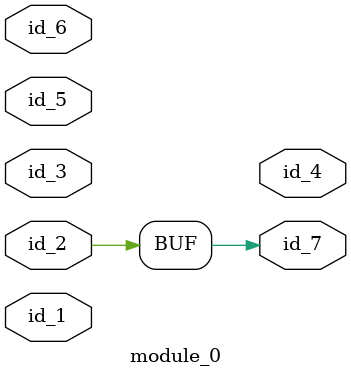
<source format=v>
module module_0 (
    id_1,
    id_2,
    id_3,
    id_4,
    id_5,
    id_6,
    id_7
);
  output id_7;
  inout id_6;
  input id_5;
  output id_4;
  input id_3;
  inout id_2;
  input id_1;
  assign id_7[1'h0] = id_2;
endmodule

</source>
